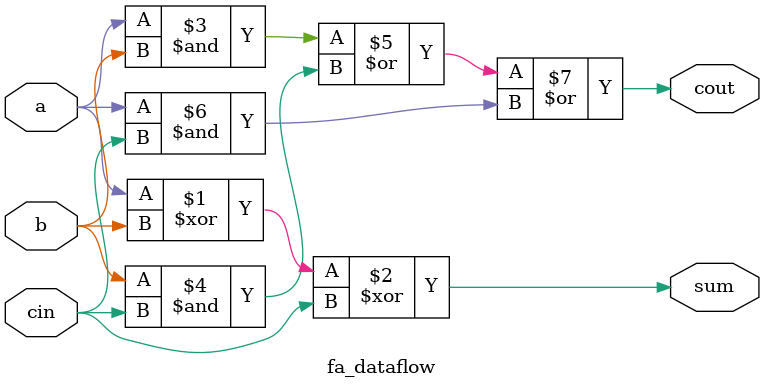
<source format=v>
module fa_dataflow(
    input a, b, cin,
    output sum, cout
);
    assign sum = a ^ b ^ cin;
    assign cout = (a & b) | (b & cin) | (a & cin);
endmodule
</source>
